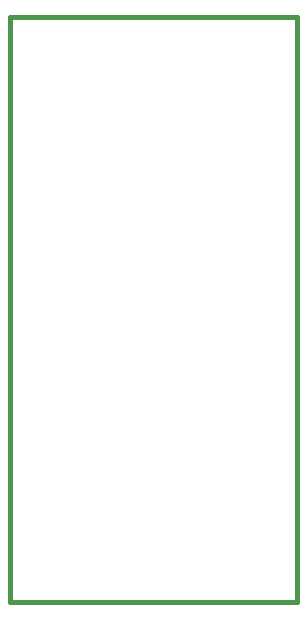
<source format=gbr>
G04 (created by PCBNEW-RS274X (2011-05-25)-stable) date Sun 14 Oct 2012 06:46:54 PM CDT*
G01*
G70*
G90*
%MOIN*%
G04 Gerber Fmt 3.4, Leading zero omitted, Abs format*
%FSLAX34Y34*%
G04 APERTURE LIST*
%ADD10C,0.006000*%
%ADD11C,0.015000*%
G04 APERTURE END LIST*
G54D10*
G54D11*
X09575Y00000D02*
X00000Y00000D01*
X09575Y-19500D02*
X09575Y00000D01*
X00000Y-19500D02*
X09575Y-19500D01*
X00000Y-00500D02*
X00000Y-19500D01*
X00000Y00000D02*
X00000Y-00500D01*
M02*

</source>
